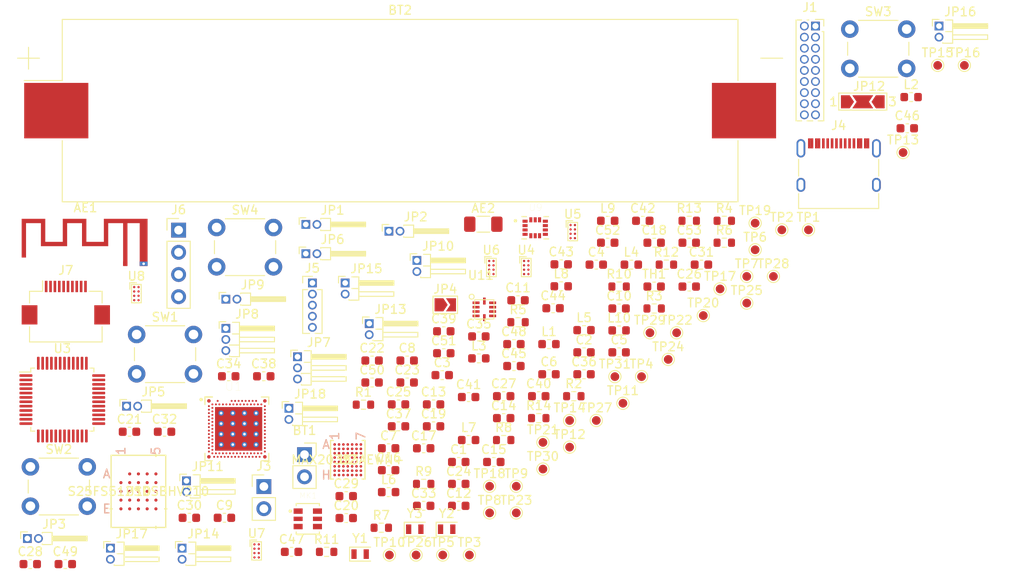
<source format=kicad_pcb>
(kicad_pcb (version 20210606) (generator pcbnew)
  (layers (0 "F.Cu" signal) (31 "B.Cu" signal) (34 "B.Paste" user) (35 "F.Paste" user) (36 "B.SilkS" user "B.Silkscreen") (37 "F.SilkS" user "F.Silkscreen") (38 "B.Mask" user) (39 "F.Mask" user) (44 "Edge.Cuts" user))
  (net 0 "")
  (net 1 "GND")
  (net 2 "Net-(AE1-Pad1)")
  (net 3 "Net-(AE2-Pad1)")
  (net 4 "Net-(AE2-Pad2)")
  (net 5 "Net-(BT1-Pad1)")
  (net 6 "Net-(BT1-Pad2)")
  (net 7 "Net-(BT2-Pad1)")
  (net 8 "Net-(C1-Pad1)")
  (net 9 "Net-(C2-Pad1)")
  (net 10 "Net-(C3-Pad2)")
  (net 11 "Net-(C4-Pad2)")
  (net 12 "Net-(C7-Pad2)")
  (net 13 "Net-(C8-Pad1)")
  (net 14 "/VDD_CPU")
  (net 15 "Net-(C12-Pad1)")
  (net 16 "Net-(C13-Pad1)")
  (net 17 "Net-(C14-Pad1)")
  (net 18 "/PWR_5V")
  (net 19 "Net-(C24-Pad1)")
  (net 20 "Net-(C25-Pad1)")
  (net 21 "Net-(C26-Pad1)")
  (net 22 "Net-(C27-Pad1)")
  (net 23 "Net-(C27-Pad2)")
  (net 24 "Net-(C28-Pad1)")
  (net 25 "Net-(C29-Pad1)")
  (net 26 "Net-(C30-Pad1)")
  (net 27 "Net-(C31-Pad1)")
  (net 28 "Net-(C32-Pad1)")
  (net 29 "Net-(C33-Pad1)")
  (net 30 "Net-(C34-Pad1)")
  (net 31 "Net-(C35-Pad1)")
  (net 32 "Net-(C36-Pad1)")
  (net 33 "Net-(C37-Pad1)")
  (net 34 "Net-(C38-Pad2)")
  (net 35 "Net-(C39-Pad2)")
  (net 36 "Net-(C40-Pad2)")
  (net 37 "Net-(C41-Pad2)")
  (net 38 "Net-(C42-Pad2)")
  (net 39 "/VDD_MIC")
  (net 40 "/MIC_OUT+")
  (net 41 "Net-(C48-Pad2)")
  (net 42 "/MIC_OUT-")
  (net 43 "Net-(C49-Pad2)")
  (net 44 "/VDD_IMU")
  (net 45 "/VDD_ALS")
  (net 46 "/VDD_FLASH")
  (net 47 "Net-(J1-Pad1)")
  (net 48 "Net-(J1-Pad2)")
  (net 49 "Net-(J1-Pad3)")
  (net 50 "Net-(J1-Pad4)")
  (net 51 "Net-(J1-Pad5)")
  (net 52 "Net-(J1-Pad6)")
  (net 53 "Net-(J1-Pad7)")
  (net 54 "Net-(J1-Pad8)")
  (net 55 "Net-(J1-Pad9)")
  (net 56 "Net-(J1-Pad10)")
  (net 57 "Net-(J1-Pad11)")
  (net 58 "Net-(J1-Pad12)")
  (net 59 "Net-(J1-Pad13)")
  (net 60 "Net-(J1-Pad14)")
  (net 61 "VPP")
  (net 62 "VBUS")
  (net 63 "VDD")
  (net 64 "/VIBE-")
  (net 65 "/VIBE+")
  (net 66 "Net-(J4-PadB5)")
  (net 68 "/FTDI_USB_D+")
  (net 69 "/FTDI_USB_D-")
  (net 70 "Net-(J4-PadA5)")
  (net 72 "Net-(J5-Pad2)")
  (net 73 "Net-(J5-Pad3)")
  (net 74 "Net-(J5-Pad4)")
  (net 75 "Net-(J6-Pad2)")
  (net 76 "Net-(J6-Pad3)")
  (net 77 "Net-(J7-Pad1)")
  (net 78 "Net-(J7-Pad2)")
  (net 79 "Net-(J7-Pad3)")
  (net 80 "Net-(J7-Pad4)")
  (net 81 "Net-(J7-Pad5)")
  (net 82 "/VPP_DISP")
  (net 83 "Net-(J7-Pad8)")
  (net 84 "Net-(JP1-Pad1)")
  (net 85 "Net-(JP4-Pad2)")
  (net 86 "/VDD_I2C")
  (net 87 "Net-(JP6-Pad1)")
  (net 88 "/VDD_DISP")
  (net 89 "Net-(JP12-Pad2)")
  (net 90 "Net-(J8-Pad3)")
  (net 91 "Net-(L2-Pad2)")
  (net 92 "Net-(L3-Pad2)")
  (net 93 "Net-(L4-Pad2)")
  (net 94 "Net-(L5-Pad2)")
  (net 95 "Net-(L6-Pad2)")
  (net 96 "Net-(L7-Pad1)")
  (net 97 "Net-(L8-Pad1)")
  (net 98 "Net-(L9-Pad1)")
  (net 99 "Net-(L9-Pad2)")
  (net 100 "Net-(L10-Pad1)")
  (net 101 "Net-(L10-Pad2)")
  (net 102 "Net-(R2-Pad2)")
  (net 103 "/ALS_SCL")
  (net 104 "Net-(R4-Pad1)")
  (net 105 "/ALS_SDA")
  (net 106 "Net-(R6-Pad1)")
  (net 107 "Net-(R6-Pad2)")
  (net 108 "Net-(R9-Pad2)")
  (net 109 "Net-(R10-Pad2)")
  (net 110 "Net-(R11-Pad1)")
  (net 111 "/CPU_SWDIO_HIVOLT")
  (net 112 "Net-(R12-Pad1)")
  (net 113 "Net-(R13-Pad1)")
  (net 114 "Net-(R14-Pad1)")
  (net 115 "/BUTN_UP")
  (net 116 "/BUTN_SELECT")
  (net 117 "/BUTN_DOWN")
  (net 118 "/BUTN_BACK")
  (net 119 "Net-(TP1-Pad1)")
  (net 120 "Net-(TP3-Pad1)")
  (net 121 "Net-(TP4-Pad1)")
  (net 122 "Net-(TP5-Pad1)")
  (net 123 "Net-(TP6-Pad1)")
  (net 124 "Net-(TP7-Pad1)")
  (net 125 "Net-(TP8-Pad1)")
  (net 126 "/CPU_SWDCLK_HIVOLT")
  (net 127 "/CPU_RESETn_HIVOLT")
  (net 128 "Net-(TP23-Pad1)")
  (net 129 "Net-(TP24-Pad1)")
  (net 130 "/CPU_SWDCLK")
  (net 131 "/CPU_SWDIO")
  (net 132 "/CPU_RESETn")
  (net 133 "/PMIC_LED0")
  (net 134 "/PMIC_LED1")
  (net 135 "/PMIC_PFN1")
  (net 136 "/CPU_USB_D+")
  (net 137 "Net-(U1-PadC31)")
  (net 139 "/CPU_USB_D-")
  (net 140 "/PMIC_MON")
  (net 141 "/PMIC_PFN2")
  (net 142 "/PMIC_RSTn")
  (net 143 "/PMIC_ALRTn")
  (net 144 "Net-(U1-PadB30)")
  (net 145 "Net-(U1-PadN1)")
  (net 146 "/ALS_INT")
  (net 147 "Net-(U1-PadR1)")
  (net 148 "/DISP_SCK")
  (net 149 "/DISP_SDI")
  (net 150 "/PMIC_INTn")
  (net 151 "/DISP_SCS")
  (net 152 "/FLASH_IO0")
  (net 153 "/FLASH_IO1")
  (net 154 "/FLASH_IO3")
  (net 155 "/FLASH_IO2")
  (net 156 "/FLASH_SCK")
  (net 157 "/DISP_ON")
  (net 158 "/FLASH_CSn")
  (net 159 "/DISP_EXTCOM")
  (net 160 "/DISP_COMSEL")
  (net 161 "/IMU_INT1")
  (net 162 "/IMU_INT2")
  (net 177 "Net-(U4-PadC1)")
  (footprint "Capacitor_SMD:C_0603_1608Metric" (layer "F.Cu") (at 135.92 111.39)
    (fp_text reference "C1")
    (fp_text value "4.7u")
  )
  (footprint "Capacitor_SMD:C_0603_1608Metric" (layer "F.Cu") (at 131.91 116.41)
    (fp_text reference "C33")
    (fp_text value "1u")
  )
  (footprint "Capacitor_SMD:C_0603_1608Metric" (layer "F.Cu") (at 139.93 111.39)
    (fp_text reference "C15")
    (fp_text value "100n")
  )
  (footprint "TestPoint:TestPoint_Pad_D1.0mm" (layer "F.Cu") (at 160.84 96.6)
    (fp_text reference "TP22")
    (fp_text value "Hivolt RESET")
  )
  (footprint "Inductor_SMD:L_0603_1608Metric" (layer "F.Cu") (at 147.64 91.28)
    (fp_text reference "L8")
    (fp_text value "2.2u")
  )
  (footprint "Resistor_SMD:R_0603_1608Metric" (layer "F.Cu") (at 145.07 106.37)
    (fp_text reference "R14")
    (fp_text value "10k")
  )
  (footprint "Resistor_SMD:R_0603_1608Metric" (layer "F.Cu") (at 162.28 83.78)
    (fp_text reference "R13")
    (fp_text value "10k")
  )
  (footprint "Connector_PinHeader_1.27mm:PinHeader_2x01_P1.27mm_Horizontal" (layer "F.Cu") (at 86.58 120.15)
    (fp_text reference "JP3")
    (fp_text value "CPU 1.8v Power")
  )
  (footprint "Capacitor_SMD:C_0603_1608Metric" (layer "F.Cu") (at 142.23 97.9)
    (fp_text reference "C48")
    (fp_text value "2.2u")
  )
  (footprint "Connector_PinHeader_1.27mm:PinHeader_1x02_P1.27mm_Horizontal" (layer "F.Cu") (at 190.85 61.49)
    (fp_text reference "JP16")
    (fp_text value "Mic Power")
  )
  (footprint "Inductor_SMD:L_0603_1608Metric" (layer "F.Cu") (at 152.96 83.78)
    (fp_text reference "L9")
    (fp_text value "4.7u")
  )
  (footprint "TestPoint:TestPoint_Pad_D1.0mm" (layer "F.Cu") (at 168.86 90.15)
    (fp_text reference "TP7")
    (fp_text value "Power MPC2")
  )
  (footprint "Button_Switch_THT:SW_PUSH_6mm" (layer "F.Cu") (at 86.93 111.95)
    (fp_text reference "SW2")
    (fp_text value "Select")
  )
  (footprint "TestPoint:TestPoint_Pad_D1.0mm" (layer "F.Cu") (at 168.86 93.2)
    (fp_text reference "TP25")
    (fp_text value "Lovolt SWDCLK")
  )
  (footprint "Capacitor_SMD:C_0603_1608Metric" (layer "F.Cu") (at 162.28 86.29)
    (fp_text reference "C53")
    (fp_text value "100n")
  )
  (footprint "Resistor_SMD:R_0603_1608Metric" (layer "F.Cu") (at 166.29 86.29)
    (fp_text reference "R6")
    (fp_text value "???")
  )
  (footprint "Capacitor_SMD:C_0603_1608Metric" (layer "F.Cu") (at 98.26 107.93)
    (fp_text reference "C21")
    (fp_text value "100n")
  )
  (footprint "Capacitor_SMD:C_0603_1608Metric" (layer "F.Cu") (at 154.26 98.84)
    (fp_text reference "C5")
    (fp_text value "Z3")
  )
  (footprint "Capacitor_SMD:C_0603_1608Metric" (layer "F.Cu") (at 151.65 88.8)
    (fp_text reference "C4")
    (fp_text value "2.2u")
  )
  (footprint "Inductor_SMD:L_0603_1608Metric" (layer "F.Cu") (at 146.24 97.9)
    (fp_text reference "L1")
    (fp_text value "Z2")
  )
  (footprint "Capacitor_SMD:C_0603_1608Metric" (layer "F.Cu") (at 141.06 106.37)
    (fp_text reference "C14")
    (fp_text value "1u")
  )
  (footprint "Capacitor_SMD:C_0603_1608Metric" (layer "F.Cu") (at 145.07 103.86)
    (fp_text reference "C40")
    (fp_text value "100n")
  )
  (footprint "Resistor_SMD:R_0603_1608Metric" (layer "F.Cu") (at 125.02 104.83)
    (fp_text reference "R1")
    (fp_text value "4.7")
  )
  (footprint "Capacitor_SMD:C_0603_1608Metric" (layer "F.Cu") (at 102.27 107.93)
    (fp_text reference "C32")
    (fp_text value "10u")
  )
  (footprint "Connector_PinHeader_1.27mm:PinHeader_1x02_P1.27mm_Horizontal" (layer "F.Cu") (at 116.49 105.25)
    (fp_text reference "JP18")
    (fp_text value "Flash Power")
  )
  (footprint "Capacitor_SMD:C_0603_1608Metric" (layer "F.Cu") (at 156.97 83.78)
    (fp_text reference "C42")
    (fp_text value "100n")
  )
  (footprint "Resistor_SMD:R_0603_1608Metric" (layer "F.Cu") (at 120.81 121.68)
    (fp_text reference "R11")
    (fp_text value "470")
  )
  (footprint "Resistor_SMD:R_0603_1608Metric" (layer "F.Cu") (at 127.06 118.92)
    (fp_text reference "R7")
    (fp_text value "5.1k")
  )
  (footprint "Button_Switch_THT:SW_PUSH_6mm" (layer "F.Cu") (at 108.23 84.55)
    (fp_text reference "SW4")
    (fp_text value "Back")
  )
  (footprint "Capacitor_SMD:C_0603_1608Metric" (layer "F.Cu") (at 129.03 107.31)
    (fp_text reference "C37")
    (fp_text value "1u")
  )
  (footprint "Connector_PinHeader_1.27mm:PinHeader_1x02_P1.27mm_Horizontal" (layer "F.Cu") (at 104.78 113.55)
    (fp_text reference "JP11")
    (fp_text value "Display 1.8v Power")
  )
  (footprint "Resistor_SMD:R_0603_1608Metric" (layer "F.Cu") (at 141.06 108.88)
    (fp_text reference "R8")
    (fp_text value "5.1k")
  )
  (footprint "Resistor_SMD:R_0603_1608Metric" (layer "F.Cu") (at 131.91 113.9)
    (fp_text reference "R9")
    (fp_text value "12k 1%")
  )
  (footprint "Connector_PinHeader_2.54mm:PinHeader_1x04_P2.54mm_Vertical" (layer "F.Cu") (at 103.88 84.85)
    (fp_text reference "J6")
    (fp_text value "Strap")
  )
  (footprint "Capacitor_SMD:C_0603_1608Metric" (layer "F.Cu") (at 90.92 123.08)
    (fp_text reference "C49")
    (fp_text value "2.2u")
  )
  (footprint "Resistor_SMD:R_1206_3216Metric_Pad1.30x1.75mm_HandSolder" (layer "F.Cu") (at 138.73 84.17)
    (fp_text reference "AE2")
    (fp_text value "NFC Stub")
  )
  (footprint "TestPoint:TestPoint_Pad_D1.0mm" (layer "F.Cu") (at 153.78 101.62)
    (fp_text reference "TP31")
    (fp_text value "Microphone Negative")
  )
  (footprint "Capacitor_SMD:C_0603_1608Metric" (layer "F.Cu") (at 187.22 73.19)
    (fp_text reference "C46")
    (fp_text value "100n")
  )
  (footprint "Jumper:SolderJumper-3_P2.0mm_Open_TrianglePad1.0x1.5mm_NumberLabels" (layer "F.Cu") (at 182.13 70.16)
    (fp_text reference "JP12")
    (fp_text value "IMU Address")
  )
  (footprint "Capacitor_SMD:C_0603_1608Metric" (layer "F.Cu") (at 109.12 117.78)
    (fp_text reference "C9")
    (fp_text value "1u")
  )
  (footprint "parts:PQFN50P250X300X100-14N" (layer "F.Cu") (at 144.665 84.58)
    (fp_text reference "U9")
    (fp_text value "BMX160")
  )
  (footprint "TestPoint:TestPoint_Pad_D1.0mm" (layer "F.Cu") (at 142.5 114.17)
    (fp_text reference "TP9")
    (fp_text value "I2C Clock")
  )
  (footprint "Resistor_SMD:R_0603_1608Metric" (layer "F.Cu") (at 158.27 93.82)
    (fp_text reference "R3")
    (fp_text value "47k")
  )
  (footprint "Capacitor_SMD:C_0603_1608Metric" (layer "F.Cu") (at 127.9 109.82)
    (fp_text reference "C7")
    (fp_text value "1u")
  )
  (footprint "TestPoint:TestPoint_Pad_D1.0mm" (layer "F.Cu") (at 165.81 91.58)
    (fp_text reference "TP17")
    (fp_text value "Boost Tap")
  )
  (footprint "Package_BGA:Texas_DSBGA-8_0.9x1.9mm_Layout2x4_P0.5mm" (layer "F.Cu") (at 99.05 92.12)
    (fp_text reference "U8")
    (fp_text value "TXS0102YZP")
  )
  (footprint "Inductor_SMD:L_0603_1608Metric" (layer "F.Cu") (at 138.22 99.53)
    (fp_text reference "L3")
    (fp_text value "10u")
  )
  (footprint "Capacitor_SMD:C_0603_1608Metric" (layer "F.Cu") (at 147.64 88.77)
    (fp_text reference "C43")
    (fp_text value "100n")
  )
  (footprint "Resistor_SMD:R_0603_1608Metric" (layer "F.Cu") (at 159.67 88.8)
    (fp_text reference "R12")
    (fp_text value "47k")
  )
  (footprint "Capacitor_SMD:C_0603_1608Metric" (layer "F.Cu") (at 105.11 117.78)
    (fp_text reference "C30")
    (fp_text value "10u")
  )
  (footprint "Capacitor_SMD:C_0603_1608Metric" (layer "F.Cu") (at 127.9 112.33)
    (fp_text reference "C16")
    (fp_text value "100n")
  )
  (footprint "Capacitor_SMD:C_0603_1608Metric" (layer "F.Cu") (at 123.05 117.81)
    (fp_text reference "C20")
    (fp_text value "100n")
  )
  (footprint "TestPoint:TestPoint_Pad_D1.0mm" (layer "F.Cu") (at 131.04 122.04)
    (fp_text reference "TP26")
    (fp_text value "Lovolt SWDIO")
  )
  (footprint "Capacitor_SMD:C_0603_1608Metric" (layer "F.Cu") (at 141.06 103.86)
    (fp_text reference "C27")
    (fp_text value "27n")
  )
  (footprint "TestPoint:TestPoint_Pad_D1.0mm" (layer "F.Cu") (at 145.55 109.15)
    (fp_text reference "TP21")
    (fp_text value "Hivolt SWDIO")
  )
  (footprint "Capacitor_SMD:C_0603_1608Metric" (layer "F.Cu") (at 134.21 96.43)
    (fp_text reference "C39")
    (fp_text value "27p")
  )
  (footprint "Capacitor_SMD:C_0603_1608Metric" (layer "F.Cu") (at 163.68 88.8)
    (fp_text reference "C31")
    (fp_text value "1u")
  )
  (footprint "Capacitor_SMD:C_0603_1608Metric" (layer "F.Cu") (at 131.91 109.82)
    (fp_text reference "C17")
    (fp_text value "100n")
  )
  (footprint "Capacitor_SMD:C_0603_1608Metric" (layer "F.Cu") (at 134.03 101.45)
    (fp_text reference "C3")
    (fp_text value "100p")
  )
  (footprint "TestPoint:TestPoint_Pad_D1.0mm" (layer "F.Cu") (at 190.7 65.99)
    (fp_text reference "TP15")
    (fp_text value "Buck 2 Tap")
  )
  (footprint "RF_Antenna:Texas_SWRA117D_2.4GHz_Left" (layer "F.Cu") (at 97.78 88.7)
    (fp_text reference "AE1")
    (fp_text value "Bluetooth")
  )
  (footprint "TestPoint:TestPoint_Pad_D1.0mm" (layer "F.Cu") (at 169.82 87.1)
    (fp_text reference "TP6")
    (fp_text value "Power MPC0")
  )
  (footprint "Resistor_SMD:R_0603_1608Metric" (layer "F.Cu") (at 142.7 95.39)
    (fp_text reference "R5")
    (fp_text value "47k")
  )
  (footprint "Capacitor_SMD:C_0603_1608Metric" (layer "F.Cu") (at 135.92 116.41)
    (fp_text reference "C12")
    (fp_text value "820p")
  )
  (footprint "Connector_PinHeader_1.27mm:PinHeader_2x01_P1.27mm_Horizontal" (layer "F.Cu") (at 127.93 84.97)
    (fp_text reference "JP2")
    (fp_text value "CPU HiVolt")
  )
  (footprint "Connector_PinHeader_1.27mm:PinHeader_2x01_P1.27mm_Horizontal" (layer "F.Cu") (at 109.28 92.75)
    (fp_text reference "JP9")
    (fp_text value "Master 1.8v")
  )
  (footprint "TestPoint:TestPoint_Pad_D1.0mm" (layer "F.Cu") (at 139.45 117.22)
    (fp_text reference "TP8")
    (fp_text value "Power MPC4")
  )
  (footprint "Jumper:SolderJumper-2_P1.3mm_Open_TrianglePad1.0x1.5mm" (layer "F.Cu") (at 134.38 93.4)
    (fp_text reference "JP4")
    (fp_text value "Haptic Ground")
  )
  (footprint "TestPoint:TestPoint_Pad_D1.0mm" (layer "F.Cu") (at 137.14 122.04)
    (fp_text reference "TP3")
    (fp_text value "Power MPC1")
  )
  (footprint "TestPoint:TestPoint_Pad_D1.0mm" (layer "F.Cu") (at 171.91 90.15)
    (fp_text reference "TP28")
    (fp_text value "LED One Sink")
  )
  (footprint "Package_BGA:Texas_DSBGA-8_0.9x1.9mm_Layout2x4_P0.5mm" (layer "F.Cu") (at 139.65 89.13)
    (fp_text reference "U6")
    (fp_text value "TXS0102YZP")
  )
  (footprint "TestPoint:TestPoint_Pad_D1.0mm" (layer "F.Cu") (at 148.6 109.69)
    (fp_text reference "TP12")
    (fp_text value "HV LDO Tap")
  )
  (footprint "Capacitor_SMD:C_0603_1608Metric" (layer "F.Cu") (at 158.27 86.29)
    (fp_text reference "C18")
    (fp_text value "100n")
  )
  (footprint "Connector_PinHeader_1.27mm:PinHeader_1x02_P1.27mm_Horizontal" (layer "F.Cu") (at 104.28 121.26)
    (fp_text reference "JP14")
    (fp_text value "Display 3.0v Power")
  )
  (footprint "Capacitor_SMD:C_0603_1608Metric" (layer "F.Cu") (at 150.25 101.35)
    (fp_text reference "C36")
    (fp_text value "1u")
  )
  (footprint "Capacitor_SMD:C_0603_1608Metric" (layer "F.Cu") (at 133.04 107.31)
    (fp_text reference "C19")
    (fp_text value "100n")
  )
  (footprint "Capacitor_SMD:C_0603_1608Metric" (layer "F.Cu") (at 146.71 93.79)
    (fp_text reference "C44")
    (fp_text value "100n")
  )
  (footprint "TestPoint:TestPoint_Pad_D1.0mm" (layer "F.Cu") (at 148.6 106.64)
    (fp_text reference "TP14")
    (fp_text value "Buck 1 Tap")
  )
  (footprint "Capacitor_SMD:C_0603_1608Metric" (layer "F.Cu") (at 162.28 91.31)
    (fp_text reference "C26")
    (fp_text value "0.1u")
  )
  (footprint "Capacitor_SMD:C_0603_1608Metric" (layer "F.Cu") (at 113.62 101.58)
    (fp_text reference "C38")
    (fp_text value "27p")
  )
  (footprint "Capacitor_SMD:C_0603_1608Metric" (layer "F.Cu") (at 138.22 97.02)
    (fp_text reference "C35")
    (fp_text value "10u")
  )
  (footprint "Capacitor_SMD:C_0603_1608Metric" (layer "F.Cu") (at 123.05 115.3)
    (fp_text reference "C29")
    (fp_text value "1u")
  )
  (footprint "Package_QFP:LQFP-48_7x7mm_P0.5mm" (layer "F.Cu") (at 90.58 104.25)
    (fp_text reference "U3")
    (fp_text value "FT232H")
  )
  (footprint "Capacitor_SMD:C_0603_1608Metric" (layer "F.Cu") (at 142.7 92.88)
    (fp_text reference "C11")
    (fp_text value "2.2u")
  )
  (footprint "TestPoint:TestPoint_Pad_D1.0mm" (layer "F.Cu") (at 157.79 96.6)
    (fp_text reference "TP29")
    (fp_text value "LED Two Sink")
  )
  (footprint "Resistor_SMD:R_0603_1608Metric" (layer "F.Cu") (at 149.08 103.86)
    (fp_text reference "R2")
    (fp_text value "???")
  )
  (footprint "TestPoint:TestPoint_Pad_D1.0mm" (layer "F.Cu") (at 169.82 84.05)
    (fp_text reference "TP19")
    (fp_text value "Smartstrap Data")
  )
  (footprint "Inductor_SMD:L_0603_1608Metric" (layer "F.Cu") (at 154.26 96.33)
    (fp_text reference "L10")
    (fp_text value "4.7u")
  )
  (footprint "Connector_PinHeader_1.27mm:PinHeader_1x02_P1.27mm_Horizontal" (layer "F.Cu") (at 125.68 95.55)
    (fp_text reference "JP13")
    (fp_text value "Display Light Power")
  )
  (footprint "Inductor_SMD:L_0603_1608Metric" (layer "F.Cu") (at 150.25 96.3)
    (fp_text reference "L5")
    (fp_text value "15n")
  )
  (footprint "Connector_PinSocket_2.54mm:PinSocket_1x02_P2.54mm_Vertical" (layer "F.Cu") (at 118.28 110.55)
    (fp_text reference "BT1")
    (fp_text value "Pouch")
  )
  (footprint "Capacitor_SMD:C_0603_1608Metric" (layer "F.Cu") (at 137.05 103.96)
    (fp_text reference "C41")
    (fp_text value "100n")
  )
  (footprint "Capacitor_SMD:C_0603_1608Metric" (layer "F.Cu") (at 133.04 104.8)
    (fp_text reference "C13")
    (fp_text value "Z1")
  )
  (footprint "Connector_PinHeader_1.27mm:PinHeader_1x02_P1.27mm_Horizontal" (layer "F.Cu") (at 131.13 88.32)
    (fp_text reference "JP10")
    (fp_text value "Master 3.0v")
  )
  (footprint "TestPoint:TestPoint_Pad_D1.0mm" (layer "F.Cu") (at 163.89 94.63)
    (fp_text reference "TP20")
    (fp_text value "Hivolt SWDCLK")
  )
  (footprint "TestPoint:TestPoint_Pad_D1.0mm" (layer "F.Cu") (at 142.5 117.22)
    (fp_text reference "TP23")
    (fp_text value "Spare Shift 3.3v")
  )
  (footprint "Package_BGA:Texas_DSBGA-8_0.9x1.9mm_Layout2x4_P0.5mm" (layer "F.Cu") (at 143.64 89.13)
    (fp_text reference "U4")
    (fp_text value "TXS0102YZP")
  )
  (footprint "Capacitor_SMD:C_0603_1608Metric" (layer "F.Cu") (at 154.26 93.82)
    (fp_text reference "C10")
    (fp_text value "1u")
  )
  (footprint "Capacitor_SMD:C_0603_1608Metric" (layer "F.Cu") (at 135.92 113.9)
    (fp_text reference "C24")
    (fp_text value "1u")
  )
  (footprint "Capacitor_SMD:C_0603_1608Metric" (layer "F.Cu") (at 109.61 101.58)
    (fp_text reference "C34")
    (fp_text value "10u")
  )
  (footprint "Connector_PinSocket_1.27mm:PinSocket_2x09_P1.27mm_Vertical" (layer "F.Cu") (at 176.72 61.49)
    (fp_text reference "J1")
    (fp_text value "Expansion")
  )
  (footprint "parts:S25FL512SAGBHIC10" (layer "F.Cu") (at 99.2824 114.7557)
    (fp_text reference "U10")
    (fp_text value "S25FS512SDSBHV210")
  )
  (footprint "Button_Switch_THT:SW_PUSH_6mm" (layer "F.Cu") (at 99.08 96.8)
    (fp_text reference "SW1")
    (fp_text value "Up")
  )
  (footprint "Capacitor_SMD:C_0603_1608Metric" (layer "F.Cu") (at 130.02 102.29)
    (fp_text reference "C23")
    (fp_text value "1u")
  )
  (footprint "Connector_FFC-FPC:Hirose_FH12-10S-0.5SH_1x10-1MP_P0.50mm_Horizontal" (layer "F.Cu") (at 90.98 93.15)
    (fp_text reference "J7")
    (fp_text value "Display")
  )
  (footprint "Capacitor_SMD:C_0603_1608Metric" (layer "F.Cu") (at 146.24 101.35)
    (fp_text reference "C6")
    (fp_text value "1u")
  )
  (footprint "Connector_PinHeader_1.27mm:PinHeader_2x01_P1.27mm_Horizontal" (layer "F.Cu") (at 97.93 105)
    (fp_text reference "JP5")
    (fp_text value "I2C Power")
  )
  (footprint "parts:MAX20353AEWN&plus_" (layer "F.Cu") (at 123.2267 111.138)
    (fp_text reference "U2")
    (fp_text value "MAX20353AEWN+")
  )
  (footprint "TestPoint:TestPoint_Pad_D1.0mm" (layer "F.Cu") (at 134.09 122.04)
    (fp_text reference "TP5")
    (fp_text value "Power LED 2")
  )
  (footprint "Capacitor_SMD:C_0603_1608Metric" (layer "F.Cu") (at 86.91 123.08)
    (fp_text reference "C28")
    (fp_text value "10u")
  )
  (footprint "Connector_PinHeader_1.27mm:PinHeader_1x02_P1.27mm_Horizontal" (layer "F.Cu") (at 122.93 90.9)
    (fp_text reference "JP15")
    (fp_text value "ALS Power")
  )
  (footprint "Connector_PinHeader_1.27mm:PinHeader_2x01_P1.27mm_Horizontal" (layer "F.Cu") (at 118.43 87.55)
    (fp_text reference "JP6")
    (fp_text value "Button Power")
  )
  (footprint "TestPoint:TestPoint_Pad_D1.0mm" (layer "F.Cu") (at 139.45 114.17)
    (fp_text reference "TP18")
    (fp_text value "Buck Boost Tap")
  )
  (footprint "Inductor_SMD:L_0603_1608Metric" (layer "F.Cu") (at 127.9 114.84)
    (fp_text reference "L6")
    (fp_text value "10u")
  )
  (footprint "Capacitor_SMD:C_0603_1608Metric" (layer "F.Cu") (at 126.01 102.29)
    (fp_text reference "C50")
    (fp_text value "100n")
  )
  (footprint "TestPoint:TestPoint_Pad_D1.0mm" (layer "F.Cu") (at 186.74 75.97)
    (fp_text reference "TP13")
    (fp_text value "LV LDO Tap")
  )
  (footprint "Resistor_SMD:R_0603_1608Metric" (layer "F.Cu") (at 154.26 91.31)
    (fp_text reference "R10")
    (fp_text value "10k")
  )
  (footprint "Capacitor_SMD:C_0603_1608Metric" (layer "F.Cu") (at 152.96 86.29)
    (fp_text reference "C52")
    (fp_text value "100n")
  )
  (footprint "TestPoint:TestPoint_Pad_D1.0mm" (layer "F.Cu") (at 159.88 99.65)
    (fp_text reference "TP24")
    (fp_text value "Spare Shift 1.8v")
  )
  (footprint "Connector_PinHeader_1.27mm:PinHeader_2x01_P1.27mm_Horizontal" (layer "F.Cu") (at 118.43 84.2)
    (fp_text reference "JP1")
    (fp_text value "CPU VBus Power")
  )
  (footprint "Capacitor_SMD:C_0603_1608Metric" (layer "F.Cu") (at 142.23 100.41)
    (fp_text reference "C45")
    (fp_text value "100n")
  )
  (footprint "Capacitor_SMD:C_0603_1608Metric" (layer "F.Cu") (at 129.03 104.8)
    (fp_text reference "C25")
    (fp_text value "1u")
  )
  (footprint "Connector_PinHeader_1.27mm:PinHeader_1x02_P1.27mm_Horizontal" (layer "F.Cu") (at 96.08 121.26)
    (fp_text reference "JP17")
    (fp_text value "IMU Power")
  )
  (footprint "Capacitor_SMD:C_0603_1608Metric" (layer "F.Cu") (at 158.27 91.31)
    (fp_text reference "TH1")
    (fp_text value "???")
  )
  (footprint "Battery:BatteryHolder_Keystone_1042_1x18650" (layer "F.Cu") (at 129.215 71.17)
    (fp_text reference "BT2")
    (fp_text value "Cell")
  )
  (footprint "Capacitor_SMD:C_0603_1608Metric" (layer "F.Cu") (at 134.21 98.94)
    (fp_text reference "C51")
    (fp_text value "100n")
  )
  (footprint "Capacitor_SMD:C_0603_1608Metric" (layer "F.Cu") (at 130.02 99.78)
    (fp_text reference "C8")
    (fp_text value "100n")
  )
  (footprint "Resistor_SMD:R_0603_1608Metric" (layer "F.Cu") (at 166.29 83.78)
    (fp_text reference "R4")
    (fp_text value "10k")
  )
  (footprint "Capacitor_SMD:C_0603_1608Metric" (layer "F.Cu") (at 150.25 98.84)
    (fp_text reference "C2")
    (fp_text value "4.7u")
  )
  (footprint "TestPoint:TestPoint_Pad_D1.0mm" (layer "F.Cu") (at 127.99 122.04)
    (fp_text reference "TP10")
    (fp_text value "I2C Data")
  )
  (footprint "TestPoint:TestPoint_Pad_D1.0mm" (layer "F.Cu") (at 172.87 84.82)
    (fp_text reference "TP2")
    (fp_text value "Safe Tap")
  )
  (footprint "TestPoint:TestPoint_Pad_D1.0mm" (layer "F.Cu") (at 175.92 84.82)
    (fp_text reference "TP1")
    (fp_text value "SPI Data In")
  )
  (footprint "TestPoint:TestPoint_Pad_D1.0mm" (layer "F.Cu") (at 154.7 104.67)
    (fp_text reference "TP11")
    (fp_text value "Sys Tap")
  )
  (footprint "TestPoint:TestPoint_Pad_D1.0mm" (layer "F.Cu") (at 145.55 112.2)
    (fp_text reference "TP30")
    (fp_text value "Microphone Positive")
  )
  (footprint "Crystal:Crystal_SMD_2012-2Pin_2.0x1.2mm" (layer "F.Cu") (at 124.64 121.94)
    (fp_text reference "Y1")
    (fp_text value "32.768k")
  )
  (footprint "TestPoint:TestPoint_Pad_D1.0mm" (layer "F.Cu") (at 151.65 106.64)
    (fp_text reference "TP27")
    (fp_text value "Lovolt RESET")
  )
  (footprint "parts:MIC_ICS-40619" (layer "F.Cu") (at 118.655 117.9)
    (fp_text reference "MK1")
    (fp_text value "ICS-40619")
  )
  (footprint "Connector_PinHeader_1.27mm:PinHeader_1x03_P1.27mm_Horizontal" (layer "F.Cu") (at 109.28 96.1)
    (fp_text reference "JP8")
    (fp_text value "Power Select")
  )
  (footprint "Inductor_SMD:L_0603_1608Metric" (layer "F.Cu") (at 155.66 88.8)
    (fp_text reference "L4")
    (fp_text value "15n")
  )
  (footprint "Capacitor_SMD:C_0603_1608Metric" (layer "F.Cu") (at 126.01 99.78)
    (fp_text reference "C22")
    (fp_text value "100n")
  )
  (footprint "Connector_PinHeader_1.27mm:PinHeader_1x05_P1.27mm_Vertical" (layer "F.Cu") (at 119.18 90.9)
    (fp_text reference "J5")
    (fp_text value "FTDI Flash")
  )
  (footprint "parts:XCVR_NRF5340-QKAA-AB0-R" (layer "F.Cu") (at 110.5444 107.6)
    (fp_text reference "U1")
    (fp_text value "NRF5340-QKAA-AB0-R")
  )
  (footprint "Package_BGA:Texas_DSBGA-8_0.9x1.9mm_Layout2x4_P0.5mm" (layer "F.Cu") (at 148.96 85.02)
    (fp_text reference "U5")
    (fp_text value "TXS0102YZP")
  )
  (footprint "Connector_USB:USB_C_Receptacle_XKB_U262-16XN-4BVC11" (layer "F.Cu") (at 179.37 78.59)
    (fp_text reference "J4")
    (fp_text value "USB Program")
  )
  (footprint "TestPoint:TestPoint_Pad_D1.0mm" (layer "F.Cu") (at 193.75 65.99)
    (fp_text reference "TP16")
    (fp_text value "Charge Pump Tap")
  )
  (footprint "Inductor_SMD:L_0603_1608Metric" (layer "F.Cu") (at 187.66 69.62)
    (fp_text reference "L2")
    (fp_text value "10u")
  )
  (footprint "Connector_PinHeader_1.27mm:PinHeader_1x03_P1.27mm_Horizontal" (layer "F.Cu") (at 117.48 99.35)
    (fp_text reference "JP7")
    (fp_text value "Cell Select")
  )
  (footprint "Connector_PinHeader_2.54mm:PinHeader_1x02_P2.54mm_Vertical" (layer "F.Cu") (at 113.63 114.2)
    (fp_text reference "J3")
    (fp_text value "LRA")
  )
  (footprint "Inductor_SMD:L_0603_1608Metric" (layer "F.Cu") (at 137.05 108.88)
    (fp_text reference "L7")
    (fp_text value "2.2u")
  )
  (footprint "Capacitor_SMD:C_0603_1608Metric" (layer "F.Cu") (at 116.8 121.68)
    (fp_text reference "C47")
    (fp_text value "100n")
  )
  (footprint "Package_BGA:Texas_DSBGA-8_0.9x1.9mm_Layout2x4_P0.5mm" (layer "F.Cu") (at 112.8 121.57)
    (fp_text reference "U7")
    (fp_text value "TXS0102YZP")
  )
  (footprint "TestPoint:TestPoint_Pad_D1.0mm" (layer "F.Cu") (at 156.83 101.62)
    (fp_text reference "TP4")
    (fp_text value "Power MPC3")
  )
  (footprint "Button_Switch_THT:SW_PUSH_6mm" (layer "F.Cu") (at 180.65 61.84)
    (fp_text reference "SW3")
    (fp_text value "Down")
  )
  (footprint "Crystal:Crystal_SMD_2012-2Pin_2.0x1.2mm" (layer "F.Cu") (at 130.89 119.09)
    (fp_text reference "Y3")
    (fp_text value "12M")
  )
  (footprint "Crystal:Crystal_SMD_2012-2Pin_2.0x1.2mm" (layer "F.Cu") (at 134.54 119.09)
    (fp_text reference "Y2")
    (fp_text value "32M")
  )
  (footprint "si1151:10-WFQFN" (layer "F.Cu") (at 138.847843 93.917843)
    (fp_text reference "U11")
    (fp_text value "Si1151-AB00")
  )
)
</source>
